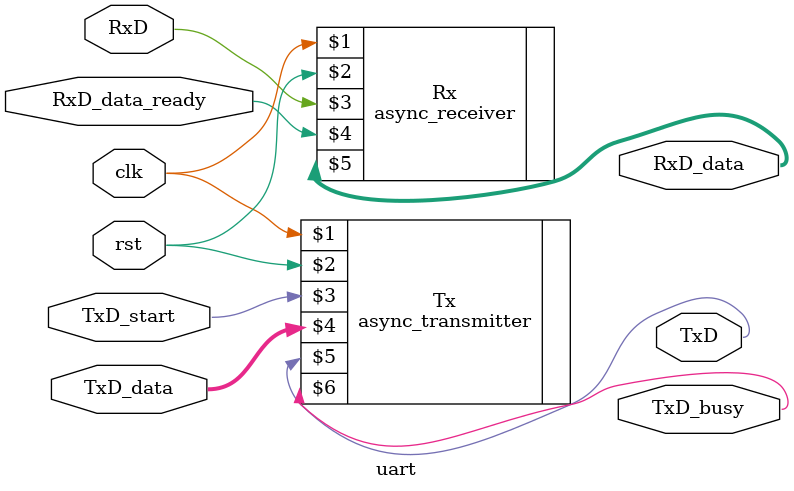
<source format=v>
module uart(input clk, rst, RxD, TxD_start, RxD_data_ready, input[7:0] TxD_data, output [7:0] RxD_data, output TxD, TxD_busy);
async_transmitter Tx(
    clk,
    rst,
    TxD_start,
    TxD_data,
    TxD,
    TxD_busy,
);
async_receiver Rx(
    clk,
    rst,
    RxD,
    RxD_data_ready,
    RxD_data  // data received, valid only (for one clock cycle) when RxD_data_ready is asserted
);
endmodule
</source>
